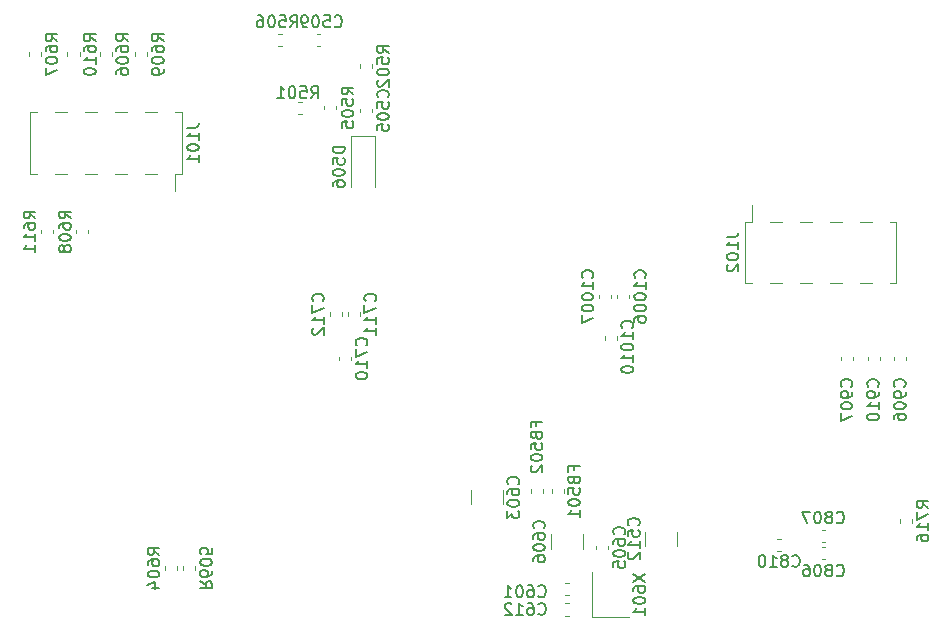
<source format=gbo>
G04 #@! TF.GenerationSoftware,KiCad,Pcbnew,(5.1.4)-1*
G04 #@! TF.CreationDate,2019-11-19T11:57:25+01:00*
G04 #@! TF.ProjectId,hardware_4850,68617264-7761-4726-955f-343835302e6b,rev?*
G04 #@! TF.SameCoordinates,Original*
G04 #@! TF.FileFunction,Legend,Bot*
G04 #@! TF.FilePolarity,Positive*
%FSLAX46Y46*%
G04 Gerber Fmt 4.6, Leading zero omitted, Abs format (unit mm)*
G04 Created by KiCad (PCBNEW (5.1.4)-1) date 2019-11-19 11:57:25*
%MOMM*%
%LPD*%
G04 APERTURE LIST*
%ADD10C,0.120000*%
%ADD11C,0.150000*%
G04 APERTURE END LIST*
D10*
X210500000Y-76200000D02*
X210500000Y-80500000D01*
X208500000Y-76200000D02*
X210500000Y-76200000D01*
X208500000Y-80500000D02*
X208500000Y-76200000D01*
X206740000Y-91412779D02*
X206740000Y-91087221D01*
X207760000Y-91412779D02*
X207760000Y-91087221D01*
X208240000Y-91412779D02*
X208240000Y-91087221D01*
X209260000Y-91412779D02*
X209260000Y-91087221D01*
X183260000Y-84087221D02*
X183260000Y-84412779D01*
X182240000Y-84087221D02*
X182240000Y-84412779D01*
X184490000Y-69412779D02*
X184490000Y-69087221D01*
X185510000Y-69412779D02*
X185510000Y-69087221D01*
X190240000Y-69412779D02*
X190240000Y-69087221D01*
X191260000Y-69412779D02*
X191260000Y-69087221D01*
X186260000Y-84087221D02*
X186260000Y-84412779D01*
X185240000Y-84087221D02*
X185240000Y-84412779D01*
X181240000Y-69412779D02*
X181240000Y-69087221D01*
X182260000Y-69412779D02*
X182260000Y-69087221D01*
X187240000Y-69412779D02*
X187240000Y-69087221D01*
X188260000Y-69412779D02*
X188260000Y-69087221D01*
X228925000Y-116900000D02*
X228925000Y-113100000D01*
X232075000Y-116900000D02*
X228925000Y-116900000D01*
X254990000Y-108912779D02*
X254990000Y-108587221D01*
X256010000Y-108912779D02*
X256010000Y-108587221D01*
X194240000Y-112912779D02*
X194240000Y-112587221D01*
X195260000Y-112912779D02*
X195260000Y-112587221D01*
X193760000Y-112587221D02*
X193760000Y-112912779D01*
X192740000Y-112587221D02*
X192740000Y-112912779D01*
X202337221Y-67490000D02*
X202662779Y-67490000D01*
X202337221Y-68510000D02*
X202662779Y-68510000D01*
X206240000Y-73912779D02*
X206240000Y-73587221D01*
X207260000Y-73912779D02*
X207260000Y-73587221D01*
X209240000Y-70412779D02*
X209240000Y-70087221D01*
X210260000Y-70412779D02*
X210260000Y-70087221D01*
X204375279Y-74260000D02*
X204049721Y-74260000D01*
X204375279Y-73240000D02*
X204049721Y-73240000D01*
X251550000Y-88600000D02*
X252570000Y-88600000D01*
X251550000Y-83400000D02*
X252570000Y-83400000D01*
X249010000Y-88600000D02*
X250030000Y-88600000D01*
X249010000Y-83400000D02*
X250030000Y-83400000D01*
X246470000Y-88600000D02*
X247490000Y-88600000D01*
X246470000Y-83400000D02*
X247490000Y-83400000D01*
X243930000Y-88600000D02*
X244950000Y-88600000D01*
X243930000Y-83400000D02*
X244950000Y-83400000D01*
X254090000Y-88600000D02*
X254660000Y-88600000D01*
X254090000Y-83400000D02*
X254660000Y-83400000D01*
X241840000Y-88600000D02*
X242410000Y-88600000D01*
X241840000Y-83400000D02*
X242410000Y-83400000D01*
X242410000Y-81960000D02*
X242410000Y-83400000D01*
X254660000Y-83400000D02*
X254660000Y-88600000D01*
X241840000Y-83400000D02*
X241840000Y-88600000D01*
X184450000Y-74150000D02*
X183430000Y-74150000D01*
X184450000Y-79350000D02*
X183430000Y-79350000D01*
X186990000Y-74150000D02*
X185970000Y-74150000D01*
X186990000Y-79350000D02*
X185970000Y-79350000D01*
X189530000Y-74150000D02*
X188510000Y-74150000D01*
X189530000Y-79350000D02*
X188510000Y-79350000D01*
X192070000Y-74150000D02*
X191050000Y-74150000D01*
X192070000Y-79350000D02*
X191050000Y-79350000D01*
X181910000Y-74150000D02*
X181340000Y-74150000D01*
X181910000Y-79350000D02*
X181340000Y-79350000D01*
X194160000Y-74150000D02*
X193590000Y-74150000D01*
X194160000Y-79350000D02*
X193590000Y-79350000D01*
X193590000Y-80790000D02*
X193590000Y-79350000D01*
X181340000Y-79350000D02*
X181340000Y-74150000D01*
X194160000Y-79350000D02*
X194160000Y-74150000D01*
X223740000Y-106375279D02*
X223740000Y-106049721D01*
X224760000Y-106375279D02*
X224760000Y-106049721D01*
X225490000Y-106412779D02*
X225490000Y-106087221D01*
X226510000Y-106412779D02*
X226510000Y-106087221D01*
X229990000Y-93412779D02*
X229990000Y-93087221D01*
X231010000Y-93412779D02*
X231010000Y-93087221D01*
X230510000Y-89587221D02*
X230510000Y-89912779D01*
X229490000Y-89587221D02*
X229490000Y-89912779D01*
X232010000Y-89587221D02*
X232010000Y-89912779D01*
X230990000Y-89587221D02*
X230990000Y-89912779D01*
X252240000Y-95162779D02*
X252240000Y-94837221D01*
X253260000Y-95162779D02*
X253260000Y-94837221D01*
X249990000Y-95162779D02*
X249990000Y-94837221D01*
X251010000Y-95162779D02*
X251010000Y-94837221D01*
X254490000Y-95162779D02*
X254490000Y-94837221D01*
X255510000Y-95162779D02*
X255510000Y-94837221D01*
X244587221Y-110240000D02*
X244912779Y-110240000D01*
X244587221Y-111260000D02*
X244912779Y-111260000D01*
X248662779Y-110510000D02*
X248337221Y-110510000D01*
X248662779Y-109490000D02*
X248337221Y-109490000D01*
X248662779Y-112010000D02*
X248337221Y-112010000D01*
X248662779Y-110990000D02*
X248337221Y-110990000D01*
X207490000Y-95162779D02*
X207490000Y-94837221D01*
X208510000Y-95162779D02*
X208510000Y-94837221D01*
X226912779Y-116760000D02*
X226587221Y-116760000D01*
X226912779Y-115740000D02*
X226587221Y-115740000D01*
X228110000Y-109897936D02*
X228110000Y-111102064D01*
X225390000Y-109897936D02*
X225390000Y-111102064D01*
X230260000Y-110837221D02*
X230260000Y-111162779D01*
X229240000Y-110837221D02*
X229240000Y-111162779D01*
X218640000Y-107352064D02*
X218640000Y-106147936D01*
X221360000Y-107352064D02*
X221360000Y-106147936D01*
X226912779Y-115010000D02*
X226587221Y-115010000D01*
X226912779Y-113990000D02*
X226587221Y-113990000D01*
X236110000Y-109647936D02*
X236110000Y-110852064D01*
X233390000Y-109647936D02*
X233390000Y-110852064D01*
X205912779Y-68510000D02*
X205587221Y-68510000D01*
X205912779Y-67490000D02*
X205587221Y-67490000D01*
X210260000Y-73837221D02*
X210260000Y-74162779D01*
X209240000Y-73837221D02*
X209240000Y-74162779D01*
D11*
X207952380Y-77059523D02*
X206952380Y-77059523D01*
X206952380Y-77297619D01*
X207000000Y-77440476D01*
X207095238Y-77535714D01*
X207190476Y-77583333D01*
X207380952Y-77630952D01*
X207523809Y-77630952D01*
X207714285Y-77583333D01*
X207809523Y-77535714D01*
X207904761Y-77440476D01*
X207952380Y-77297619D01*
X207952380Y-77059523D01*
X206952380Y-78535714D02*
X206952380Y-78059523D01*
X207428571Y-78011904D01*
X207380952Y-78059523D01*
X207333333Y-78154761D01*
X207333333Y-78392857D01*
X207380952Y-78488095D01*
X207428571Y-78535714D01*
X207523809Y-78583333D01*
X207761904Y-78583333D01*
X207857142Y-78535714D01*
X207904761Y-78488095D01*
X207952380Y-78392857D01*
X207952380Y-78154761D01*
X207904761Y-78059523D01*
X207857142Y-78011904D01*
X206952380Y-79202380D02*
X206952380Y-79297619D01*
X207000000Y-79392857D01*
X207047619Y-79440476D01*
X207142857Y-79488095D01*
X207333333Y-79535714D01*
X207571428Y-79535714D01*
X207761904Y-79488095D01*
X207857142Y-79440476D01*
X207904761Y-79392857D01*
X207952380Y-79297619D01*
X207952380Y-79202380D01*
X207904761Y-79107142D01*
X207857142Y-79059523D01*
X207761904Y-79011904D01*
X207571428Y-78964285D01*
X207333333Y-78964285D01*
X207142857Y-79011904D01*
X207047619Y-79059523D01*
X207000000Y-79107142D01*
X206952380Y-79202380D01*
X206952380Y-80392857D02*
X206952380Y-80202380D01*
X207000000Y-80107142D01*
X207047619Y-80059523D01*
X207190476Y-79964285D01*
X207380952Y-79916666D01*
X207761904Y-79916666D01*
X207857142Y-79964285D01*
X207904761Y-80011904D01*
X207952380Y-80107142D01*
X207952380Y-80297619D01*
X207904761Y-80392857D01*
X207857142Y-80440476D01*
X207761904Y-80488095D01*
X207523809Y-80488095D01*
X207428571Y-80440476D01*
X207380952Y-80392857D01*
X207333333Y-80297619D01*
X207333333Y-80107142D01*
X207380952Y-80011904D01*
X207428571Y-79964285D01*
X207523809Y-79916666D01*
X206107142Y-90130952D02*
X206154761Y-90083333D01*
X206202380Y-89940476D01*
X206202380Y-89845238D01*
X206154761Y-89702380D01*
X206059523Y-89607142D01*
X205964285Y-89559523D01*
X205773809Y-89511904D01*
X205630952Y-89511904D01*
X205440476Y-89559523D01*
X205345238Y-89607142D01*
X205250000Y-89702380D01*
X205202380Y-89845238D01*
X205202380Y-89940476D01*
X205250000Y-90083333D01*
X205297619Y-90130952D01*
X205202380Y-90464285D02*
X205202380Y-91130952D01*
X206202380Y-90702380D01*
X206202380Y-92035714D02*
X206202380Y-91464285D01*
X206202380Y-91750000D02*
X205202380Y-91750000D01*
X205345238Y-91654761D01*
X205440476Y-91559523D01*
X205488095Y-91464285D01*
X205297619Y-92416666D02*
X205250000Y-92464285D01*
X205202380Y-92559523D01*
X205202380Y-92797619D01*
X205250000Y-92892857D01*
X205297619Y-92940476D01*
X205392857Y-92988095D01*
X205488095Y-92988095D01*
X205630952Y-92940476D01*
X206202380Y-92369047D01*
X206202380Y-92988095D01*
X210537142Y-90130952D02*
X210584761Y-90083333D01*
X210632380Y-89940476D01*
X210632380Y-89845238D01*
X210584761Y-89702380D01*
X210489523Y-89607142D01*
X210394285Y-89559523D01*
X210203809Y-89511904D01*
X210060952Y-89511904D01*
X209870476Y-89559523D01*
X209775238Y-89607142D01*
X209680000Y-89702380D01*
X209632380Y-89845238D01*
X209632380Y-89940476D01*
X209680000Y-90083333D01*
X209727619Y-90130952D01*
X209632380Y-90464285D02*
X209632380Y-91130952D01*
X210632380Y-90702380D01*
X210632380Y-92035714D02*
X210632380Y-91464285D01*
X210632380Y-91750000D02*
X209632380Y-91750000D01*
X209775238Y-91654761D01*
X209870476Y-91559523D01*
X209918095Y-91464285D01*
X210632380Y-92988095D02*
X210632380Y-92416666D01*
X210632380Y-92702380D02*
X209632380Y-92702380D01*
X209775238Y-92607142D01*
X209870476Y-92511904D01*
X209918095Y-92416666D01*
X181772380Y-83130952D02*
X181296190Y-82797619D01*
X181772380Y-82559523D02*
X180772380Y-82559523D01*
X180772380Y-82940476D01*
X180820000Y-83035714D01*
X180867619Y-83083333D01*
X180962857Y-83130952D01*
X181105714Y-83130952D01*
X181200952Y-83083333D01*
X181248571Y-83035714D01*
X181296190Y-82940476D01*
X181296190Y-82559523D01*
X180772380Y-83988095D02*
X180772380Y-83797619D01*
X180820000Y-83702380D01*
X180867619Y-83654761D01*
X181010476Y-83559523D01*
X181200952Y-83511904D01*
X181581904Y-83511904D01*
X181677142Y-83559523D01*
X181724761Y-83607142D01*
X181772380Y-83702380D01*
X181772380Y-83892857D01*
X181724761Y-83988095D01*
X181677142Y-84035714D01*
X181581904Y-84083333D01*
X181343809Y-84083333D01*
X181248571Y-84035714D01*
X181200952Y-83988095D01*
X181153333Y-83892857D01*
X181153333Y-83702380D01*
X181200952Y-83607142D01*
X181248571Y-83559523D01*
X181343809Y-83511904D01*
X181772380Y-85035714D02*
X181772380Y-84464285D01*
X181772380Y-84750000D02*
X180772380Y-84750000D01*
X180915238Y-84654761D01*
X181010476Y-84559523D01*
X181058095Y-84464285D01*
X181772380Y-85988095D02*
X181772380Y-85416666D01*
X181772380Y-85702380D02*
X180772380Y-85702380D01*
X180915238Y-85607142D01*
X181010476Y-85511904D01*
X181058095Y-85416666D01*
X186882380Y-68130952D02*
X186406190Y-67797619D01*
X186882380Y-67559523D02*
X185882380Y-67559523D01*
X185882380Y-67940476D01*
X185930000Y-68035714D01*
X185977619Y-68083333D01*
X186072857Y-68130952D01*
X186215714Y-68130952D01*
X186310952Y-68083333D01*
X186358571Y-68035714D01*
X186406190Y-67940476D01*
X186406190Y-67559523D01*
X185882380Y-68988095D02*
X185882380Y-68797619D01*
X185930000Y-68702380D01*
X185977619Y-68654761D01*
X186120476Y-68559523D01*
X186310952Y-68511904D01*
X186691904Y-68511904D01*
X186787142Y-68559523D01*
X186834761Y-68607142D01*
X186882380Y-68702380D01*
X186882380Y-68892857D01*
X186834761Y-68988095D01*
X186787142Y-69035714D01*
X186691904Y-69083333D01*
X186453809Y-69083333D01*
X186358571Y-69035714D01*
X186310952Y-68988095D01*
X186263333Y-68892857D01*
X186263333Y-68702380D01*
X186310952Y-68607142D01*
X186358571Y-68559523D01*
X186453809Y-68511904D01*
X186882380Y-70035714D02*
X186882380Y-69464285D01*
X186882380Y-69750000D02*
X185882380Y-69750000D01*
X186025238Y-69654761D01*
X186120476Y-69559523D01*
X186168095Y-69464285D01*
X185882380Y-70654761D02*
X185882380Y-70750000D01*
X185930000Y-70845238D01*
X185977619Y-70892857D01*
X186072857Y-70940476D01*
X186263333Y-70988095D01*
X186501428Y-70988095D01*
X186691904Y-70940476D01*
X186787142Y-70892857D01*
X186834761Y-70845238D01*
X186882380Y-70750000D01*
X186882380Y-70654761D01*
X186834761Y-70559523D01*
X186787142Y-70511904D01*
X186691904Y-70464285D01*
X186501428Y-70416666D01*
X186263333Y-70416666D01*
X186072857Y-70464285D01*
X185977619Y-70511904D01*
X185930000Y-70559523D01*
X185882380Y-70654761D01*
X192632380Y-68130952D02*
X192156190Y-67797619D01*
X192632380Y-67559523D02*
X191632380Y-67559523D01*
X191632380Y-67940476D01*
X191680000Y-68035714D01*
X191727619Y-68083333D01*
X191822857Y-68130952D01*
X191965714Y-68130952D01*
X192060952Y-68083333D01*
X192108571Y-68035714D01*
X192156190Y-67940476D01*
X192156190Y-67559523D01*
X191632380Y-68988095D02*
X191632380Y-68797619D01*
X191680000Y-68702380D01*
X191727619Y-68654761D01*
X191870476Y-68559523D01*
X192060952Y-68511904D01*
X192441904Y-68511904D01*
X192537142Y-68559523D01*
X192584761Y-68607142D01*
X192632380Y-68702380D01*
X192632380Y-68892857D01*
X192584761Y-68988095D01*
X192537142Y-69035714D01*
X192441904Y-69083333D01*
X192203809Y-69083333D01*
X192108571Y-69035714D01*
X192060952Y-68988095D01*
X192013333Y-68892857D01*
X192013333Y-68702380D01*
X192060952Y-68607142D01*
X192108571Y-68559523D01*
X192203809Y-68511904D01*
X191632380Y-69702380D02*
X191632380Y-69797619D01*
X191680000Y-69892857D01*
X191727619Y-69940476D01*
X191822857Y-69988095D01*
X192013333Y-70035714D01*
X192251428Y-70035714D01*
X192441904Y-69988095D01*
X192537142Y-69940476D01*
X192584761Y-69892857D01*
X192632380Y-69797619D01*
X192632380Y-69702380D01*
X192584761Y-69607142D01*
X192537142Y-69559523D01*
X192441904Y-69511904D01*
X192251428Y-69464285D01*
X192013333Y-69464285D01*
X191822857Y-69511904D01*
X191727619Y-69559523D01*
X191680000Y-69607142D01*
X191632380Y-69702380D01*
X192632380Y-70511904D02*
X192632380Y-70702380D01*
X192584761Y-70797619D01*
X192537142Y-70845238D01*
X192394285Y-70940476D01*
X192203809Y-70988095D01*
X191822857Y-70988095D01*
X191727619Y-70940476D01*
X191680000Y-70892857D01*
X191632380Y-70797619D01*
X191632380Y-70607142D01*
X191680000Y-70511904D01*
X191727619Y-70464285D01*
X191822857Y-70416666D01*
X192060952Y-70416666D01*
X192156190Y-70464285D01*
X192203809Y-70511904D01*
X192251428Y-70607142D01*
X192251428Y-70797619D01*
X192203809Y-70892857D01*
X192156190Y-70940476D01*
X192060952Y-70988095D01*
X184772380Y-83130952D02*
X184296190Y-82797619D01*
X184772380Y-82559523D02*
X183772380Y-82559523D01*
X183772380Y-82940476D01*
X183820000Y-83035714D01*
X183867619Y-83083333D01*
X183962857Y-83130952D01*
X184105714Y-83130952D01*
X184200952Y-83083333D01*
X184248571Y-83035714D01*
X184296190Y-82940476D01*
X184296190Y-82559523D01*
X183772380Y-83988095D02*
X183772380Y-83797619D01*
X183820000Y-83702380D01*
X183867619Y-83654761D01*
X184010476Y-83559523D01*
X184200952Y-83511904D01*
X184581904Y-83511904D01*
X184677142Y-83559523D01*
X184724761Y-83607142D01*
X184772380Y-83702380D01*
X184772380Y-83892857D01*
X184724761Y-83988095D01*
X184677142Y-84035714D01*
X184581904Y-84083333D01*
X184343809Y-84083333D01*
X184248571Y-84035714D01*
X184200952Y-83988095D01*
X184153333Y-83892857D01*
X184153333Y-83702380D01*
X184200952Y-83607142D01*
X184248571Y-83559523D01*
X184343809Y-83511904D01*
X183772380Y-84702380D02*
X183772380Y-84797619D01*
X183820000Y-84892857D01*
X183867619Y-84940476D01*
X183962857Y-84988095D01*
X184153333Y-85035714D01*
X184391428Y-85035714D01*
X184581904Y-84988095D01*
X184677142Y-84940476D01*
X184724761Y-84892857D01*
X184772380Y-84797619D01*
X184772380Y-84702380D01*
X184724761Y-84607142D01*
X184677142Y-84559523D01*
X184581904Y-84511904D01*
X184391428Y-84464285D01*
X184153333Y-84464285D01*
X183962857Y-84511904D01*
X183867619Y-84559523D01*
X183820000Y-84607142D01*
X183772380Y-84702380D01*
X184200952Y-85607142D02*
X184153333Y-85511904D01*
X184105714Y-85464285D01*
X184010476Y-85416666D01*
X183962857Y-85416666D01*
X183867619Y-85464285D01*
X183820000Y-85511904D01*
X183772380Y-85607142D01*
X183772380Y-85797619D01*
X183820000Y-85892857D01*
X183867619Y-85940476D01*
X183962857Y-85988095D01*
X184010476Y-85988095D01*
X184105714Y-85940476D01*
X184153333Y-85892857D01*
X184200952Y-85797619D01*
X184200952Y-85607142D01*
X184248571Y-85511904D01*
X184296190Y-85464285D01*
X184391428Y-85416666D01*
X184581904Y-85416666D01*
X184677142Y-85464285D01*
X184724761Y-85511904D01*
X184772380Y-85607142D01*
X184772380Y-85797619D01*
X184724761Y-85892857D01*
X184677142Y-85940476D01*
X184581904Y-85988095D01*
X184391428Y-85988095D01*
X184296190Y-85940476D01*
X184248571Y-85892857D01*
X184200952Y-85797619D01*
X183632380Y-68130952D02*
X183156190Y-67797619D01*
X183632380Y-67559523D02*
X182632380Y-67559523D01*
X182632380Y-67940476D01*
X182680000Y-68035714D01*
X182727619Y-68083333D01*
X182822857Y-68130952D01*
X182965714Y-68130952D01*
X183060952Y-68083333D01*
X183108571Y-68035714D01*
X183156190Y-67940476D01*
X183156190Y-67559523D01*
X182632380Y-68988095D02*
X182632380Y-68797619D01*
X182680000Y-68702380D01*
X182727619Y-68654761D01*
X182870476Y-68559523D01*
X183060952Y-68511904D01*
X183441904Y-68511904D01*
X183537142Y-68559523D01*
X183584761Y-68607142D01*
X183632380Y-68702380D01*
X183632380Y-68892857D01*
X183584761Y-68988095D01*
X183537142Y-69035714D01*
X183441904Y-69083333D01*
X183203809Y-69083333D01*
X183108571Y-69035714D01*
X183060952Y-68988095D01*
X183013333Y-68892857D01*
X183013333Y-68702380D01*
X183060952Y-68607142D01*
X183108571Y-68559523D01*
X183203809Y-68511904D01*
X182632380Y-69702380D02*
X182632380Y-69797619D01*
X182680000Y-69892857D01*
X182727619Y-69940476D01*
X182822857Y-69988095D01*
X183013333Y-70035714D01*
X183251428Y-70035714D01*
X183441904Y-69988095D01*
X183537142Y-69940476D01*
X183584761Y-69892857D01*
X183632380Y-69797619D01*
X183632380Y-69702380D01*
X183584761Y-69607142D01*
X183537142Y-69559523D01*
X183441904Y-69511904D01*
X183251428Y-69464285D01*
X183013333Y-69464285D01*
X182822857Y-69511904D01*
X182727619Y-69559523D01*
X182680000Y-69607142D01*
X182632380Y-69702380D01*
X182632380Y-70369047D02*
X182632380Y-71035714D01*
X183632380Y-70607142D01*
X189632380Y-68130952D02*
X189156190Y-67797619D01*
X189632380Y-67559523D02*
X188632380Y-67559523D01*
X188632380Y-67940476D01*
X188680000Y-68035714D01*
X188727619Y-68083333D01*
X188822857Y-68130952D01*
X188965714Y-68130952D01*
X189060952Y-68083333D01*
X189108571Y-68035714D01*
X189156190Y-67940476D01*
X189156190Y-67559523D01*
X188632380Y-68988095D02*
X188632380Y-68797619D01*
X188680000Y-68702380D01*
X188727619Y-68654761D01*
X188870476Y-68559523D01*
X189060952Y-68511904D01*
X189441904Y-68511904D01*
X189537142Y-68559523D01*
X189584761Y-68607142D01*
X189632380Y-68702380D01*
X189632380Y-68892857D01*
X189584761Y-68988095D01*
X189537142Y-69035714D01*
X189441904Y-69083333D01*
X189203809Y-69083333D01*
X189108571Y-69035714D01*
X189060952Y-68988095D01*
X189013333Y-68892857D01*
X189013333Y-68702380D01*
X189060952Y-68607142D01*
X189108571Y-68559523D01*
X189203809Y-68511904D01*
X188632380Y-69702380D02*
X188632380Y-69797619D01*
X188680000Y-69892857D01*
X188727619Y-69940476D01*
X188822857Y-69988095D01*
X189013333Y-70035714D01*
X189251428Y-70035714D01*
X189441904Y-69988095D01*
X189537142Y-69940476D01*
X189584761Y-69892857D01*
X189632380Y-69797619D01*
X189632380Y-69702380D01*
X189584761Y-69607142D01*
X189537142Y-69559523D01*
X189441904Y-69511904D01*
X189251428Y-69464285D01*
X189013333Y-69464285D01*
X188822857Y-69511904D01*
X188727619Y-69559523D01*
X188680000Y-69607142D01*
X188632380Y-69702380D01*
X188632380Y-70892857D02*
X188632380Y-70702380D01*
X188680000Y-70607142D01*
X188727619Y-70559523D01*
X188870476Y-70464285D01*
X189060952Y-70416666D01*
X189441904Y-70416666D01*
X189537142Y-70464285D01*
X189584761Y-70511904D01*
X189632380Y-70607142D01*
X189632380Y-70797619D01*
X189584761Y-70892857D01*
X189537142Y-70940476D01*
X189441904Y-70988095D01*
X189203809Y-70988095D01*
X189108571Y-70940476D01*
X189060952Y-70892857D01*
X189013333Y-70797619D01*
X189013333Y-70607142D01*
X189060952Y-70511904D01*
X189108571Y-70464285D01*
X189203809Y-70416666D01*
X232402380Y-113238095D02*
X233402380Y-113904761D01*
X232402380Y-113904761D02*
X233402380Y-113238095D01*
X232402380Y-114714285D02*
X232402380Y-114523809D01*
X232450000Y-114428571D01*
X232497619Y-114380952D01*
X232640476Y-114285714D01*
X232830952Y-114238095D01*
X233211904Y-114238095D01*
X233307142Y-114285714D01*
X233354761Y-114333333D01*
X233402380Y-114428571D01*
X233402380Y-114619047D01*
X233354761Y-114714285D01*
X233307142Y-114761904D01*
X233211904Y-114809523D01*
X232973809Y-114809523D01*
X232878571Y-114761904D01*
X232830952Y-114714285D01*
X232783333Y-114619047D01*
X232783333Y-114428571D01*
X232830952Y-114333333D01*
X232878571Y-114285714D01*
X232973809Y-114238095D01*
X232402380Y-115428571D02*
X232402380Y-115523809D01*
X232450000Y-115619047D01*
X232497619Y-115666666D01*
X232592857Y-115714285D01*
X232783333Y-115761904D01*
X233021428Y-115761904D01*
X233211904Y-115714285D01*
X233307142Y-115666666D01*
X233354761Y-115619047D01*
X233402380Y-115523809D01*
X233402380Y-115428571D01*
X233354761Y-115333333D01*
X233307142Y-115285714D01*
X233211904Y-115238095D01*
X233021428Y-115190476D01*
X232783333Y-115190476D01*
X232592857Y-115238095D01*
X232497619Y-115285714D01*
X232450000Y-115333333D01*
X232402380Y-115428571D01*
X233402380Y-116714285D02*
X233402380Y-116142857D01*
X233402380Y-116428571D02*
X232402380Y-116428571D01*
X232545238Y-116333333D01*
X232640476Y-116238095D01*
X232688095Y-116142857D01*
X257382380Y-107630952D02*
X256906190Y-107297619D01*
X257382380Y-107059523D02*
X256382380Y-107059523D01*
X256382380Y-107440476D01*
X256430000Y-107535714D01*
X256477619Y-107583333D01*
X256572857Y-107630952D01*
X256715714Y-107630952D01*
X256810952Y-107583333D01*
X256858571Y-107535714D01*
X256906190Y-107440476D01*
X256906190Y-107059523D01*
X256382380Y-107964285D02*
X256382380Y-108630952D01*
X257382380Y-108202380D01*
X257382380Y-109535714D02*
X257382380Y-108964285D01*
X257382380Y-109250000D02*
X256382380Y-109250000D01*
X256525238Y-109154761D01*
X256620476Y-109059523D01*
X256668095Y-108964285D01*
X256382380Y-110392857D02*
X256382380Y-110202380D01*
X256430000Y-110107142D01*
X256477619Y-110059523D01*
X256620476Y-109964285D01*
X256810952Y-109916666D01*
X257191904Y-109916666D01*
X257287142Y-109964285D01*
X257334761Y-110011904D01*
X257382380Y-110107142D01*
X257382380Y-110297619D01*
X257334761Y-110392857D01*
X257287142Y-110440476D01*
X257191904Y-110488095D01*
X256953809Y-110488095D01*
X256858571Y-110440476D01*
X256810952Y-110392857D01*
X256763333Y-110297619D01*
X256763333Y-110107142D01*
X256810952Y-110011904D01*
X256858571Y-109964285D01*
X256953809Y-109916666D01*
X195727619Y-113869047D02*
X196203809Y-114202380D01*
X195727619Y-114440476D02*
X196727619Y-114440476D01*
X196727619Y-114059523D01*
X196680000Y-113964285D01*
X196632380Y-113916666D01*
X196537142Y-113869047D01*
X196394285Y-113869047D01*
X196299047Y-113916666D01*
X196251428Y-113964285D01*
X196203809Y-114059523D01*
X196203809Y-114440476D01*
X196727619Y-113011904D02*
X196727619Y-113202380D01*
X196680000Y-113297619D01*
X196632380Y-113345238D01*
X196489523Y-113440476D01*
X196299047Y-113488095D01*
X195918095Y-113488095D01*
X195822857Y-113440476D01*
X195775238Y-113392857D01*
X195727619Y-113297619D01*
X195727619Y-113107142D01*
X195775238Y-113011904D01*
X195822857Y-112964285D01*
X195918095Y-112916666D01*
X196156190Y-112916666D01*
X196251428Y-112964285D01*
X196299047Y-113011904D01*
X196346666Y-113107142D01*
X196346666Y-113297619D01*
X196299047Y-113392857D01*
X196251428Y-113440476D01*
X196156190Y-113488095D01*
X196727619Y-112297619D02*
X196727619Y-112202380D01*
X196680000Y-112107142D01*
X196632380Y-112059523D01*
X196537142Y-112011904D01*
X196346666Y-111964285D01*
X196108571Y-111964285D01*
X195918095Y-112011904D01*
X195822857Y-112059523D01*
X195775238Y-112107142D01*
X195727619Y-112202380D01*
X195727619Y-112297619D01*
X195775238Y-112392857D01*
X195822857Y-112440476D01*
X195918095Y-112488095D01*
X196108571Y-112535714D01*
X196346666Y-112535714D01*
X196537142Y-112488095D01*
X196632380Y-112440476D01*
X196680000Y-112392857D01*
X196727619Y-112297619D01*
X196727619Y-111059523D02*
X196727619Y-111535714D01*
X196251428Y-111583333D01*
X196299047Y-111535714D01*
X196346666Y-111440476D01*
X196346666Y-111202380D01*
X196299047Y-111107142D01*
X196251428Y-111059523D01*
X196156190Y-111011904D01*
X195918095Y-111011904D01*
X195822857Y-111059523D01*
X195775238Y-111107142D01*
X195727619Y-111202380D01*
X195727619Y-111440476D01*
X195775238Y-111535714D01*
X195822857Y-111583333D01*
X192272380Y-111630952D02*
X191796190Y-111297619D01*
X192272380Y-111059523D02*
X191272380Y-111059523D01*
X191272380Y-111440476D01*
X191320000Y-111535714D01*
X191367619Y-111583333D01*
X191462857Y-111630952D01*
X191605714Y-111630952D01*
X191700952Y-111583333D01*
X191748571Y-111535714D01*
X191796190Y-111440476D01*
X191796190Y-111059523D01*
X191272380Y-112488095D02*
X191272380Y-112297619D01*
X191320000Y-112202380D01*
X191367619Y-112154761D01*
X191510476Y-112059523D01*
X191700952Y-112011904D01*
X192081904Y-112011904D01*
X192177142Y-112059523D01*
X192224761Y-112107142D01*
X192272380Y-112202380D01*
X192272380Y-112392857D01*
X192224761Y-112488095D01*
X192177142Y-112535714D01*
X192081904Y-112583333D01*
X191843809Y-112583333D01*
X191748571Y-112535714D01*
X191700952Y-112488095D01*
X191653333Y-112392857D01*
X191653333Y-112202380D01*
X191700952Y-112107142D01*
X191748571Y-112059523D01*
X191843809Y-112011904D01*
X191272380Y-113202380D02*
X191272380Y-113297619D01*
X191320000Y-113392857D01*
X191367619Y-113440476D01*
X191462857Y-113488095D01*
X191653333Y-113535714D01*
X191891428Y-113535714D01*
X192081904Y-113488095D01*
X192177142Y-113440476D01*
X192224761Y-113392857D01*
X192272380Y-113297619D01*
X192272380Y-113202380D01*
X192224761Y-113107142D01*
X192177142Y-113059523D01*
X192081904Y-113011904D01*
X191891428Y-112964285D01*
X191653333Y-112964285D01*
X191462857Y-113011904D01*
X191367619Y-113059523D01*
X191320000Y-113107142D01*
X191272380Y-113202380D01*
X191605714Y-114392857D02*
X192272380Y-114392857D01*
X191224761Y-114154761D02*
X191939047Y-113916666D01*
X191939047Y-114535714D01*
X203369047Y-66952380D02*
X203702380Y-66476190D01*
X203940476Y-66952380D02*
X203940476Y-65952380D01*
X203559523Y-65952380D01*
X203464285Y-66000000D01*
X203416666Y-66047619D01*
X203369047Y-66142857D01*
X203369047Y-66285714D01*
X203416666Y-66380952D01*
X203464285Y-66428571D01*
X203559523Y-66476190D01*
X203940476Y-66476190D01*
X202464285Y-65952380D02*
X202940476Y-65952380D01*
X202988095Y-66428571D01*
X202940476Y-66380952D01*
X202845238Y-66333333D01*
X202607142Y-66333333D01*
X202511904Y-66380952D01*
X202464285Y-66428571D01*
X202416666Y-66523809D01*
X202416666Y-66761904D01*
X202464285Y-66857142D01*
X202511904Y-66904761D01*
X202607142Y-66952380D01*
X202845238Y-66952380D01*
X202940476Y-66904761D01*
X202988095Y-66857142D01*
X201797619Y-65952380D02*
X201702380Y-65952380D01*
X201607142Y-66000000D01*
X201559523Y-66047619D01*
X201511904Y-66142857D01*
X201464285Y-66333333D01*
X201464285Y-66571428D01*
X201511904Y-66761904D01*
X201559523Y-66857142D01*
X201607142Y-66904761D01*
X201702380Y-66952380D01*
X201797619Y-66952380D01*
X201892857Y-66904761D01*
X201940476Y-66857142D01*
X201988095Y-66761904D01*
X202035714Y-66571428D01*
X202035714Y-66333333D01*
X201988095Y-66142857D01*
X201940476Y-66047619D01*
X201892857Y-66000000D01*
X201797619Y-65952380D01*
X200607142Y-65952380D02*
X200797619Y-65952380D01*
X200892857Y-66000000D01*
X200940476Y-66047619D01*
X201035714Y-66190476D01*
X201083333Y-66380952D01*
X201083333Y-66761904D01*
X201035714Y-66857142D01*
X200988095Y-66904761D01*
X200892857Y-66952380D01*
X200702380Y-66952380D01*
X200607142Y-66904761D01*
X200559523Y-66857142D01*
X200511904Y-66761904D01*
X200511904Y-66523809D01*
X200559523Y-66428571D01*
X200607142Y-66380952D01*
X200702380Y-66333333D01*
X200892857Y-66333333D01*
X200988095Y-66380952D01*
X201035714Y-66428571D01*
X201083333Y-66523809D01*
X208702380Y-72630952D02*
X208226190Y-72297619D01*
X208702380Y-72059523D02*
X207702380Y-72059523D01*
X207702380Y-72440476D01*
X207750000Y-72535714D01*
X207797619Y-72583333D01*
X207892857Y-72630952D01*
X208035714Y-72630952D01*
X208130952Y-72583333D01*
X208178571Y-72535714D01*
X208226190Y-72440476D01*
X208226190Y-72059523D01*
X207702380Y-73535714D02*
X207702380Y-73059523D01*
X208178571Y-73011904D01*
X208130952Y-73059523D01*
X208083333Y-73154761D01*
X208083333Y-73392857D01*
X208130952Y-73488095D01*
X208178571Y-73535714D01*
X208273809Y-73583333D01*
X208511904Y-73583333D01*
X208607142Y-73535714D01*
X208654761Y-73488095D01*
X208702380Y-73392857D01*
X208702380Y-73154761D01*
X208654761Y-73059523D01*
X208607142Y-73011904D01*
X207702380Y-74202380D02*
X207702380Y-74297619D01*
X207750000Y-74392857D01*
X207797619Y-74440476D01*
X207892857Y-74488095D01*
X208083333Y-74535714D01*
X208321428Y-74535714D01*
X208511904Y-74488095D01*
X208607142Y-74440476D01*
X208654761Y-74392857D01*
X208702380Y-74297619D01*
X208702380Y-74202380D01*
X208654761Y-74107142D01*
X208607142Y-74059523D01*
X208511904Y-74011904D01*
X208321428Y-73964285D01*
X208083333Y-73964285D01*
X207892857Y-74011904D01*
X207797619Y-74059523D01*
X207750000Y-74107142D01*
X207702380Y-74202380D01*
X207702380Y-75440476D02*
X207702380Y-74964285D01*
X208178571Y-74916666D01*
X208130952Y-74964285D01*
X208083333Y-75059523D01*
X208083333Y-75297619D01*
X208130952Y-75392857D01*
X208178571Y-75440476D01*
X208273809Y-75488095D01*
X208511904Y-75488095D01*
X208607142Y-75440476D01*
X208654761Y-75392857D01*
X208702380Y-75297619D01*
X208702380Y-75059523D01*
X208654761Y-74964285D01*
X208607142Y-74916666D01*
X211702380Y-69130952D02*
X211226190Y-68797619D01*
X211702380Y-68559523D02*
X210702380Y-68559523D01*
X210702380Y-68940476D01*
X210750000Y-69035714D01*
X210797619Y-69083333D01*
X210892857Y-69130952D01*
X211035714Y-69130952D01*
X211130952Y-69083333D01*
X211178571Y-69035714D01*
X211226190Y-68940476D01*
X211226190Y-68559523D01*
X210702380Y-70035714D02*
X210702380Y-69559523D01*
X211178571Y-69511904D01*
X211130952Y-69559523D01*
X211083333Y-69654761D01*
X211083333Y-69892857D01*
X211130952Y-69988095D01*
X211178571Y-70035714D01*
X211273809Y-70083333D01*
X211511904Y-70083333D01*
X211607142Y-70035714D01*
X211654761Y-69988095D01*
X211702380Y-69892857D01*
X211702380Y-69654761D01*
X211654761Y-69559523D01*
X211607142Y-69511904D01*
X210702380Y-70702380D02*
X210702380Y-70797619D01*
X210750000Y-70892857D01*
X210797619Y-70940476D01*
X210892857Y-70988095D01*
X211083333Y-71035714D01*
X211321428Y-71035714D01*
X211511904Y-70988095D01*
X211607142Y-70940476D01*
X211654761Y-70892857D01*
X211702380Y-70797619D01*
X211702380Y-70702380D01*
X211654761Y-70607142D01*
X211607142Y-70559523D01*
X211511904Y-70511904D01*
X211321428Y-70464285D01*
X211083333Y-70464285D01*
X210892857Y-70511904D01*
X210797619Y-70559523D01*
X210750000Y-70607142D01*
X210702380Y-70702380D01*
X210797619Y-71416666D02*
X210750000Y-71464285D01*
X210702380Y-71559523D01*
X210702380Y-71797619D01*
X210750000Y-71892857D01*
X210797619Y-71940476D01*
X210892857Y-71988095D01*
X210988095Y-71988095D01*
X211130952Y-71940476D01*
X211702380Y-71369047D01*
X211702380Y-71988095D01*
X205119047Y-72952380D02*
X205452380Y-72476190D01*
X205690476Y-72952380D02*
X205690476Y-71952380D01*
X205309523Y-71952380D01*
X205214285Y-72000000D01*
X205166666Y-72047619D01*
X205119047Y-72142857D01*
X205119047Y-72285714D01*
X205166666Y-72380952D01*
X205214285Y-72428571D01*
X205309523Y-72476190D01*
X205690476Y-72476190D01*
X204214285Y-71952380D02*
X204690476Y-71952380D01*
X204738095Y-72428571D01*
X204690476Y-72380952D01*
X204595238Y-72333333D01*
X204357142Y-72333333D01*
X204261904Y-72380952D01*
X204214285Y-72428571D01*
X204166666Y-72523809D01*
X204166666Y-72761904D01*
X204214285Y-72857142D01*
X204261904Y-72904761D01*
X204357142Y-72952380D01*
X204595238Y-72952380D01*
X204690476Y-72904761D01*
X204738095Y-72857142D01*
X203547619Y-71952380D02*
X203452380Y-71952380D01*
X203357142Y-72000000D01*
X203309523Y-72047619D01*
X203261904Y-72142857D01*
X203214285Y-72333333D01*
X203214285Y-72571428D01*
X203261904Y-72761904D01*
X203309523Y-72857142D01*
X203357142Y-72904761D01*
X203452380Y-72952380D01*
X203547619Y-72952380D01*
X203642857Y-72904761D01*
X203690476Y-72857142D01*
X203738095Y-72761904D01*
X203785714Y-72571428D01*
X203785714Y-72333333D01*
X203738095Y-72142857D01*
X203690476Y-72047619D01*
X203642857Y-72000000D01*
X203547619Y-71952380D01*
X202261904Y-72952380D02*
X202833333Y-72952380D01*
X202547619Y-72952380D02*
X202547619Y-71952380D01*
X202642857Y-72095238D01*
X202738095Y-72190476D01*
X202833333Y-72238095D01*
X240292380Y-84714285D02*
X241006666Y-84714285D01*
X241149523Y-84666666D01*
X241244761Y-84571428D01*
X241292380Y-84428571D01*
X241292380Y-84333333D01*
X241292380Y-85714285D02*
X241292380Y-85142857D01*
X241292380Y-85428571D02*
X240292380Y-85428571D01*
X240435238Y-85333333D01*
X240530476Y-85238095D01*
X240578095Y-85142857D01*
X240292380Y-86333333D02*
X240292380Y-86428571D01*
X240340000Y-86523809D01*
X240387619Y-86571428D01*
X240482857Y-86619047D01*
X240673333Y-86666666D01*
X240911428Y-86666666D01*
X241101904Y-86619047D01*
X241197142Y-86571428D01*
X241244761Y-86523809D01*
X241292380Y-86428571D01*
X241292380Y-86333333D01*
X241244761Y-86238095D01*
X241197142Y-86190476D01*
X241101904Y-86142857D01*
X240911428Y-86095238D01*
X240673333Y-86095238D01*
X240482857Y-86142857D01*
X240387619Y-86190476D01*
X240340000Y-86238095D01*
X240292380Y-86333333D01*
X240387619Y-87047619D02*
X240340000Y-87095238D01*
X240292380Y-87190476D01*
X240292380Y-87428571D01*
X240340000Y-87523809D01*
X240387619Y-87571428D01*
X240482857Y-87619047D01*
X240578095Y-87619047D01*
X240720952Y-87571428D01*
X241292380Y-87000000D01*
X241292380Y-87619047D01*
X194612380Y-75464285D02*
X195326666Y-75464285D01*
X195469523Y-75416666D01*
X195564761Y-75321428D01*
X195612380Y-75178571D01*
X195612380Y-75083333D01*
X195612380Y-76464285D02*
X195612380Y-75892857D01*
X195612380Y-76178571D02*
X194612380Y-76178571D01*
X194755238Y-76083333D01*
X194850476Y-75988095D01*
X194898095Y-75892857D01*
X194612380Y-77083333D02*
X194612380Y-77178571D01*
X194660000Y-77273809D01*
X194707619Y-77321428D01*
X194802857Y-77369047D01*
X194993333Y-77416666D01*
X195231428Y-77416666D01*
X195421904Y-77369047D01*
X195517142Y-77321428D01*
X195564761Y-77273809D01*
X195612380Y-77178571D01*
X195612380Y-77083333D01*
X195564761Y-76988095D01*
X195517142Y-76940476D01*
X195421904Y-76892857D01*
X195231428Y-76845238D01*
X194993333Y-76845238D01*
X194802857Y-76892857D01*
X194707619Y-76940476D01*
X194660000Y-76988095D01*
X194612380Y-77083333D01*
X195612380Y-78369047D02*
X195612380Y-77797619D01*
X195612380Y-78083333D02*
X194612380Y-78083333D01*
X194755238Y-77988095D01*
X194850476Y-77892857D01*
X194898095Y-77797619D01*
X224178571Y-100676785D02*
X224178571Y-100343452D01*
X224702380Y-100343452D02*
X223702380Y-100343452D01*
X223702380Y-100819642D01*
X224178571Y-101533928D02*
X224226190Y-101676785D01*
X224273809Y-101724404D01*
X224369047Y-101772023D01*
X224511904Y-101772023D01*
X224607142Y-101724404D01*
X224654761Y-101676785D01*
X224702380Y-101581547D01*
X224702380Y-101200595D01*
X223702380Y-101200595D01*
X223702380Y-101533928D01*
X223750000Y-101629166D01*
X223797619Y-101676785D01*
X223892857Y-101724404D01*
X223988095Y-101724404D01*
X224083333Y-101676785D01*
X224130952Y-101629166D01*
X224178571Y-101533928D01*
X224178571Y-101200595D01*
X223702380Y-102676785D02*
X223702380Y-102200595D01*
X224178571Y-102152976D01*
X224130952Y-102200595D01*
X224083333Y-102295833D01*
X224083333Y-102533928D01*
X224130952Y-102629166D01*
X224178571Y-102676785D01*
X224273809Y-102724404D01*
X224511904Y-102724404D01*
X224607142Y-102676785D01*
X224654761Y-102629166D01*
X224702380Y-102533928D01*
X224702380Y-102295833D01*
X224654761Y-102200595D01*
X224607142Y-102152976D01*
X223702380Y-103343452D02*
X223702380Y-103438690D01*
X223750000Y-103533928D01*
X223797619Y-103581547D01*
X223892857Y-103629166D01*
X224083333Y-103676785D01*
X224321428Y-103676785D01*
X224511904Y-103629166D01*
X224607142Y-103581547D01*
X224654761Y-103533928D01*
X224702380Y-103438690D01*
X224702380Y-103343452D01*
X224654761Y-103248214D01*
X224607142Y-103200595D01*
X224511904Y-103152976D01*
X224321428Y-103105357D01*
X224083333Y-103105357D01*
X223892857Y-103152976D01*
X223797619Y-103200595D01*
X223750000Y-103248214D01*
X223702380Y-103343452D01*
X223797619Y-104057738D02*
X223750000Y-104105357D01*
X223702380Y-104200595D01*
X223702380Y-104438690D01*
X223750000Y-104533928D01*
X223797619Y-104581547D01*
X223892857Y-104629166D01*
X223988095Y-104629166D01*
X224130952Y-104581547D01*
X224702380Y-104010119D01*
X224702380Y-104629166D01*
X227358571Y-104464285D02*
X227358571Y-104130952D01*
X227882380Y-104130952D02*
X226882380Y-104130952D01*
X226882380Y-104607142D01*
X227358571Y-105321428D02*
X227406190Y-105464285D01*
X227453809Y-105511904D01*
X227549047Y-105559523D01*
X227691904Y-105559523D01*
X227787142Y-105511904D01*
X227834761Y-105464285D01*
X227882380Y-105369047D01*
X227882380Y-104988095D01*
X226882380Y-104988095D01*
X226882380Y-105321428D01*
X226930000Y-105416666D01*
X226977619Y-105464285D01*
X227072857Y-105511904D01*
X227168095Y-105511904D01*
X227263333Y-105464285D01*
X227310952Y-105416666D01*
X227358571Y-105321428D01*
X227358571Y-104988095D01*
X226882380Y-106464285D02*
X226882380Y-105988095D01*
X227358571Y-105940476D01*
X227310952Y-105988095D01*
X227263333Y-106083333D01*
X227263333Y-106321428D01*
X227310952Y-106416666D01*
X227358571Y-106464285D01*
X227453809Y-106511904D01*
X227691904Y-106511904D01*
X227787142Y-106464285D01*
X227834761Y-106416666D01*
X227882380Y-106321428D01*
X227882380Y-106083333D01*
X227834761Y-105988095D01*
X227787142Y-105940476D01*
X226882380Y-107130952D02*
X226882380Y-107226190D01*
X226930000Y-107321428D01*
X226977619Y-107369047D01*
X227072857Y-107416666D01*
X227263333Y-107464285D01*
X227501428Y-107464285D01*
X227691904Y-107416666D01*
X227787142Y-107369047D01*
X227834761Y-107321428D01*
X227882380Y-107226190D01*
X227882380Y-107130952D01*
X227834761Y-107035714D01*
X227787142Y-106988095D01*
X227691904Y-106940476D01*
X227501428Y-106892857D01*
X227263333Y-106892857D01*
X227072857Y-106940476D01*
X226977619Y-106988095D01*
X226930000Y-107035714D01*
X226882380Y-107130952D01*
X227882380Y-108416666D02*
X227882380Y-107845238D01*
X227882380Y-108130952D02*
X226882380Y-108130952D01*
X227025238Y-108035714D01*
X227120476Y-107940476D01*
X227168095Y-107845238D01*
X232287142Y-92404761D02*
X232334761Y-92357142D01*
X232382380Y-92214285D01*
X232382380Y-92119047D01*
X232334761Y-91976190D01*
X232239523Y-91880952D01*
X232144285Y-91833333D01*
X231953809Y-91785714D01*
X231810952Y-91785714D01*
X231620476Y-91833333D01*
X231525238Y-91880952D01*
X231430000Y-91976190D01*
X231382380Y-92119047D01*
X231382380Y-92214285D01*
X231430000Y-92357142D01*
X231477619Y-92404761D01*
X232382380Y-93357142D02*
X232382380Y-92785714D01*
X232382380Y-93071428D02*
X231382380Y-93071428D01*
X231525238Y-92976190D01*
X231620476Y-92880952D01*
X231668095Y-92785714D01*
X231382380Y-93976190D02*
X231382380Y-94071428D01*
X231430000Y-94166666D01*
X231477619Y-94214285D01*
X231572857Y-94261904D01*
X231763333Y-94309523D01*
X232001428Y-94309523D01*
X232191904Y-94261904D01*
X232287142Y-94214285D01*
X232334761Y-94166666D01*
X232382380Y-94071428D01*
X232382380Y-93976190D01*
X232334761Y-93880952D01*
X232287142Y-93833333D01*
X232191904Y-93785714D01*
X232001428Y-93738095D01*
X231763333Y-93738095D01*
X231572857Y-93785714D01*
X231477619Y-93833333D01*
X231430000Y-93880952D01*
X231382380Y-93976190D01*
X232382380Y-95261904D02*
X232382380Y-94690476D01*
X232382380Y-94976190D02*
X231382380Y-94976190D01*
X231525238Y-94880952D01*
X231620476Y-94785714D01*
X231668095Y-94690476D01*
X231382380Y-95880952D02*
X231382380Y-95976190D01*
X231430000Y-96071428D01*
X231477619Y-96119047D01*
X231572857Y-96166666D01*
X231763333Y-96214285D01*
X232001428Y-96214285D01*
X232191904Y-96166666D01*
X232287142Y-96119047D01*
X232334761Y-96071428D01*
X232382380Y-95976190D01*
X232382380Y-95880952D01*
X232334761Y-95785714D01*
X232287142Y-95738095D01*
X232191904Y-95690476D01*
X232001428Y-95642857D01*
X231763333Y-95642857D01*
X231572857Y-95690476D01*
X231477619Y-95738095D01*
X231430000Y-95785714D01*
X231382380Y-95880952D01*
X228927142Y-88154761D02*
X228974761Y-88107142D01*
X229022380Y-87964285D01*
X229022380Y-87869047D01*
X228974761Y-87726190D01*
X228879523Y-87630952D01*
X228784285Y-87583333D01*
X228593809Y-87535714D01*
X228450952Y-87535714D01*
X228260476Y-87583333D01*
X228165238Y-87630952D01*
X228070000Y-87726190D01*
X228022380Y-87869047D01*
X228022380Y-87964285D01*
X228070000Y-88107142D01*
X228117619Y-88154761D01*
X229022380Y-89107142D02*
X229022380Y-88535714D01*
X229022380Y-88821428D02*
X228022380Y-88821428D01*
X228165238Y-88726190D01*
X228260476Y-88630952D01*
X228308095Y-88535714D01*
X228022380Y-89726190D02*
X228022380Y-89821428D01*
X228070000Y-89916666D01*
X228117619Y-89964285D01*
X228212857Y-90011904D01*
X228403333Y-90059523D01*
X228641428Y-90059523D01*
X228831904Y-90011904D01*
X228927142Y-89964285D01*
X228974761Y-89916666D01*
X229022380Y-89821428D01*
X229022380Y-89726190D01*
X228974761Y-89630952D01*
X228927142Y-89583333D01*
X228831904Y-89535714D01*
X228641428Y-89488095D01*
X228403333Y-89488095D01*
X228212857Y-89535714D01*
X228117619Y-89583333D01*
X228070000Y-89630952D01*
X228022380Y-89726190D01*
X228022380Y-90678571D02*
X228022380Y-90773809D01*
X228070000Y-90869047D01*
X228117619Y-90916666D01*
X228212857Y-90964285D01*
X228403333Y-91011904D01*
X228641428Y-91011904D01*
X228831904Y-90964285D01*
X228927142Y-90916666D01*
X228974761Y-90869047D01*
X229022380Y-90773809D01*
X229022380Y-90678571D01*
X228974761Y-90583333D01*
X228927142Y-90535714D01*
X228831904Y-90488095D01*
X228641428Y-90440476D01*
X228403333Y-90440476D01*
X228212857Y-90488095D01*
X228117619Y-90535714D01*
X228070000Y-90583333D01*
X228022380Y-90678571D01*
X228022380Y-91345238D02*
X228022380Y-92011904D01*
X229022380Y-91583333D01*
X233357142Y-88154761D02*
X233404761Y-88107142D01*
X233452380Y-87964285D01*
X233452380Y-87869047D01*
X233404761Y-87726190D01*
X233309523Y-87630952D01*
X233214285Y-87583333D01*
X233023809Y-87535714D01*
X232880952Y-87535714D01*
X232690476Y-87583333D01*
X232595238Y-87630952D01*
X232500000Y-87726190D01*
X232452380Y-87869047D01*
X232452380Y-87964285D01*
X232500000Y-88107142D01*
X232547619Y-88154761D01*
X233452380Y-89107142D02*
X233452380Y-88535714D01*
X233452380Y-88821428D02*
X232452380Y-88821428D01*
X232595238Y-88726190D01*
X232690476Y-88630952D01*
X232738095Y-88535714D01*
X232452380Y-89726190D02*
X232452380Y-89821428D01*
X232500000Y-89916666D01*
X232547619Y-89964285D01*
X232642857Y-90011904D01*
X232833333Y-90059523D01*
X233071428Y-90059523D01*
X233261904Y-90011904D01*
X233357142Y-89964285D01*
X233404761Y-89916666D01*
X233452380Y-89821428D01*
X233452380Y-89726190D01*
X233404761Y-89630952D01*
X233357142Y-89583333D01*
X233261904Y-89535714D01*
X233071428Y-89488095D01*
X232833333Y-89488095D01*
X232642857Y-89535714D01*
X232547619Y-89583333D01*
X232500000Y-89630952D01*
X232452380Y-89726190D01*
X232452380Y-90678571D02*
X232452380Y-90773809D01*
X232500000Y-90869047D01*
X232547619Y-90916666D01*
X232642857Y-90964285D01*
X232833333Y-91011904D01*
X233071428Y-91011904D01*
X233261904Y-90964285D01*
X233357142Y-90916666D01*
X233404761Y-90869047D01*
X233452380Y-90773809D01*
X233452380Y-90678571D01*
X233404761Y-90583333D01*
X233357142Y-90535714D01*
X233261904Y-90488095D01*
X233071428Y-90440476D01*
X232833333Y-90440476D01*
X232642857Y-90488095D01*
X232547619Y-90535714D01*
X232500000Y-90583333D01*
X232452380Y-90678571D01*
X232452380Y-91869047D02*
X232452380Y-91678571D01*
X232500000Y-91583333D01*
X232547619Y-91535714D01*
X232690476Y-91440476D01*
X232880952Y-91392857D01*
X233261904Y-91392857D01*
X233357142Y-91440476D01*
X233404761Y-91488095D01*
X233452380Y-91583333D01*
X233452380Y-91773809D01*
X233404761Y-91869047D01*
X233357142Y-91916666D01*
X233261904Y-91964285D01*
X233023809Y-91964285D01*
X232928571Y-91916666D01*
X232880952Y-91869047D01*
X232833333Y-91773809D01*
X232833333Y-91583333D01*
X232880952Y-91488095D01*
X232928571Y-91440476D01*
X233023809Y-91392857D01*
X253107142Y-97380952D02*
X253154761Y-97333333D01*
X253202380Y-97190476D01*
X253202380Y-97095238D01*
X253154761Y-96952380D01*
X253059523Y-96857142D01*
X252964285Y-96809523D01*
X252773809Y-96761904D01*
X252630952Y-96761904D01*
X252440476Y-96809523D01*
X252345238Y-96857142D01*
X252250000Y-96952380D01*
X252202380Y-97095238D01*
X252202380Y-97190476D01*
X252250000Y-97333333D01*
X252297619Y-97380952D01*
X253202380Y-97857142D02*
X253202380Y-98047619D01*
X253154761Y-98142857D01*
X253107142Y-98190476D01*
X252964285Y-98285714D01*
X252773809Y-98333333D01*
X252392857Y-98333333D01*
X252297619Y-98285714D01*
X252250000Y-98238095D01*
X252202380Y-98142857D01*
X252202380Y-97952380D01*
X252250000Y-97857142D01*
X252297619Y-97809523D01*
X252392857Y-97761904D01*
X252630952Y-97761904D01*
X252726190Y-97809523D01*
X252773809Y-97857142D01*
X252821428Y-97952380D01*
X252821428Y-98142857D01*
X252773809Y-98238095D01*
X252726190Y-98285714D01*
X252630952Y-98333333D01*
X253202380Y-99285714D02*
X253202380Y-98714285D01*
X253202380Y-99000000D02*
X252202380Y-99000000D01*
X252345238Y-98904761D01*
X252440476Y-98809523D01*
X252488095Y-98714285D01*
X252202380Y-99904761D02*
X252202380Y-100000000D01*
X252250000Y-100095238D01*
X252297619Y-100142857D01*
X252392857Y-100190476D01*
X252583333Y-100238095D01*
X252821428Y-100238095D01*
X253011904Y-100190476D01*
X253107142Y-100142857D01*
X253154761Y-100095238D01*
X253202380Y-100000000D01*
X253202380Y-99904761D01*
X253154761Y-99809523D01*
X253107142Y-99761904D01*
X253011904Y-99714285D01*
X252821428Y-99666666D01*
X252583333Y-99666666D01*
X252392857Y-99714285D01*
X252297619Y-99761904D01*
X252250000Y-99809523D01*
X252202380Y-99904761D01*
X250857142Y-97380952D02*
X250904761Y-97333333D01*
X250952380Y-97190476D01*
X250952380Y-97095238D01*
X250904761Y-96952380D01*
X250809523Y-96857142D01*
X250714285Y-96809523D01*
X250523809Y-96761904D01*
X250380952Y-96761904D01*
X250190476Y-96809523D01*
X250095238Y-96857142D01*
X250000000Y-96952380D01*
X249952380Y-97095238D01*
X249952380Y-97190476D01*
X250000000Y-97333333D01*
X250047619Y-97380952D01*
X250952380Y-97857142D02*
X250952380Y-98047619D01*
X250904761Y-98142857D01*
X250857142Y-98190476D01*
X250714285Y-98285714D01*
X250523809Y-98333333D01*
X250142857Y-98333333D01*
X250047619Y-98285714D01*
X250000000Y-98238095D01*
X249952380Y-98142857D01*
X249952380Y-97952380D01*
X250000000Y-97857142D01*
X250047619Y-97809523D01*
X250142857Y-97761904D01*
X250380952Y-97761904D01*
X250476190Y-97809523D01*
X250523809Y-97857142D01*
X250571428Y-97952380D01*
X250571428Y-98142857D01*
X250523809Y-98238095D01*
X250476190Y-98285714D01*
X250380952Y-98333333D01*
X249952380Y-98952380D02*
X249952380Y-99047619D01*
X250000000Y-99142857D01*
X250047619Y-99190476D01*
X250142857Y-99238095D01*
X250333333Y-99285714D01*
X250571428Y-99285714D01*
X250761904Y-99238095D01*
X250857142Y-99190476D01*
X250904761Y-99142857D01*
X250952380Y-99047619D01*
X250952380Y-98952380D01*
X250904761Y-98857142D01*
X250857142Y-98809523D01*
X250761904Y-98761904D01*
X250571428Y-98714285D01*
X250333333Y-98714285D01*
X250142857Y-98761904D01*
X250047619Y-98809523D01*
X250000000Y-98857142D01*
X249952380Y-98952380D01*
X249952380Y-99619047D02*
X249952380Y-100285714D01*
X250952380Y-99857142D01*
X255357142Y-97380952D02*
X255404761Y-97333333D01*
X255452380Y-97190476D01*
X255452380Y-97095238D01*
X255404761Y-96952380D01*
X255309523Y-96857142D01*
X255214285Y-96809523D01*
X255023809Y-96761904D01*
X254880952Y-96761904D01*
X254690476Y-96809523D01*
X254595238Y-96857142D01*
X254500000Y-96952380D01*
X254452380Y-97095238D01*
X254452380Y-97190476D01*
X254500000Y-97333333D01*
X254547619Y-97380952D01*
X255452380Y-97857142D02*
X255452380Y-98047619D01*
X255404761Y-98142857D01*
X255357142Y-98190476D01*
X255214285Y-98285714D01*
X255023809Y-98333333D01*
X254642857Y-98333333D01*
X254547619Y-98285714D01*
X254500000Y-98238095D01*
X254452380Y-98142857D01*
X254452380Y-97952380D01*
X254500000Y-97857142D01*
X254547619Y-97809523D01*
X254642857Y-97761904D01*
X254880952Y-97761904D01*
X254976190Y-97809523D01*
X255023809Y-97857142D01*
X255071428Y-97952380D01*
X255071428Y-98142857D01*
X255023809Y-98238095D01*
X254976190Y-98285714D01*
X254880952Y-98333333D01*
X254452380Y-98952380D02*
X254452380Y-99047619D01*
X254500000Y-99142857D01*
X254547619Y-99190476D01*
X254642857Y-99238095D01*
X254833333Y-99285714D01*
X255071428Y-99285714D01*
X255261904Y-99238095D01*
X255357142Y-99190476D01*
X255404761Y-99142857D01*
X255452380Y-99047619D01*
X255452380Y-98952380D01*
X255404761Y-98857142D01*
X255357142Y-98809523D01*
X255261904Y-98761904D01*
X255071428Y-98714285D01*
X254833333Y-98714285D01*
X254642857Y-98761904D01*
X254547619Y-98809523D01*
X254500000Y-98857142D01*
X254452380Y-98952380D01*
X254452380Y-100142857D02*
X254452380Y-99952380D01*
X254500000Y-99857142D01*
X254547619Y-99809523D01*
X254690476Y-99714285D01*
X254880952Y-99666666D01*
X255261904Y-99666666D01*
X255357142Y-99714285D01*
X255404761Y-99761904D01*
X255452380Y-99857142D01*
X255452380Y-100047619D01*
X255404761Y-100142857D01*
X255357142Y-100190476D01*
X255261904Y-100238095D01*
X255023809Y-100238095D01*
X254928571Y-100190476D01*
X254880952Y-100142857D01*
X254833333Y-100047619D01*
X254833333Y-99857142D01*
X254880952Y-99761904D01*
X254928571Y-99714285D01*
X255023809Y-99666666D01*
X245869047Y-112537142D02*
X245916666Y-112584761D01*
X246059523Y-112632380D01*
X246154761Y-112632380D01*
X246297619Y-112584761D01*
X246392857Y-112489523D01*
X246440476Y-112394285D01*
X246488095Y-112203809D01*
X246488095Y-112060952D01*
X246440476Y-111870476D01*
X246392857Y-111775238D01*
X246297619Y-111680000D01*
X246154761Y-111632380D01*
X246059523Y-111632380D01*
X245916666Y-111680000D01*
X245869047Y-111727619D01*
X245297619Y-112060952D02*
X245392857Y-112013333D01*
X245440476Y-111965714D01*
X245488095Y-111870476D01*
X245488095Y-111822857D01*
X245440476Y-111727619D01*
X245392857Y-111680000D01*
X245297619Y-111632380D01*
X245107142Y-111632380D01*
X245011904Y-111680000D01*
X244964285Y-111727619D01*
X244916666Y-111822857D01*
X244916666Y-111870476D01*
X244964285Y-111965714D01*
X245011904Y-112013333D01*
X245107142Y-112060952D01*
X245297619Y-112060952D01*
X245392857Y-112108571D01*
X245440476Y-112156190D01*
X245488095Y-112251428D01*
X245488095Y-112441904D01*
X245440476Y-112537142D01*
X245392857Y-112584761D01*
X245297619Y-112632380D01*
X245107142Y-112632380D01*
X245011904Y-112584761D01*
X244964285Y-112537142D01*
X244916666Y-112441904D01*
X244916666Y-112251428D01*
X244964285Y-112156190D01*
X245011904Y-112108571D01*
X245107142Y-112060952D01*
X243964285Y-112632380D02*
X244535714Y-112632380D01*
X244250000Y-112632380D02*
X244250000Y-111632380D01*
X244345238Y-111775238D01*
X244440476Y-111870476D01*
X244535714Y-111918095D01*
X243345238Y-111632380D02*
X243250000Y-111632380D01*
X243154761Y-111680000D01*
X243107142Y-111727619D01*
X243059523Y-111822857D01*
X243011904Y-112013333D01*
X243011904Y-112251428D01*
X243059523Y-112441904D01*
X243107142Y-112537142D01*
X243154761Y-112584761D01*
X243250000Y-112632380D01*
X243345238Y-112632380D01*
X243440476Y-112584761D01*
X243488095Y-112537142D01*
X243535714Y-112441904D01*
X243583333Y-112251428D01*
X243583333Y-112013333D01*
X243535714Y-111822857D01*
X243488095Y-111727619D01*
X243440476Y-111680000D01*
X243345238Y-111632380D01*
X249619047Y-108857142D02*
X249666666Y-108904761D01*
X249809523Y-108952380D01*
X249904761Y-108952380D01*
X250047619Y-108904761D01*
X250142857Y-108809523D01*
X250190476Y-108714285D01*
X250238095Y-108523809D01*
X250238095Y-108380952D01*
X250190476Y-108190476D01*
X250142857Y-108095238D01*
X250047619Y-108000000D01*
X249904761Y-107952380D01*
X249809523Y-107952380D01*
X249666666Y-108000000D01*
X249619047Y-108047619D01*
X249047619Y-108380952D02*
X249142857Y-108333333D01*
X249190476Y-108285714D01*
X249238095Y-108190476D01*
X249238095Y-108142857D01*
X249190476Y-108047619D01*
X249142857Y-108000000D01*
X249047619Y-107952380D01*
X248857142Y-107952380D01*
X248761904Y-108000000D01*
X248714285Y-108047619D01*
X248666666Y-108142857D01*
X248666666Y-108190476D01*
X248714285Y-108285714D01*
X248761904Y-108333333D01*
X248857142Y-108380952D01*
X249047619Y-108380952D01*
X249142857Y-108428571D01*
X249190476Y-108476190D01*
X249238095Y-108571428D01*
X249238095Y-108761904D01*
X249190476Y-108857142D01*
X249142857Y-108904761D01*
X249047619Y-108952380D01*
X248857142Y-108952380D01*
X248761904Y-108904761D01*
X248714285Y-108857142D01*
X248666666Y-108761904D01*
X248666666Y-108571428D01*
X248714285Y-108476190D01*
X248761904Y-108428571D01*
X248857142Y-108380952D01*
X248047619Y-107952380D02*
X247952380Y-107952380D01*
X247857142Y-108000000D01*
X247809523Y-108047619D01*
X247761904Y-108142857D01*
X247714285Y-108333333D01*
X247714285Y-108571428D01*
X247761904Y-108761904D01*
X247809523Y-108857142D01*
X247857142Y-108904761D01*
X247952380Y-108952380D01*
X248047619Y-108952380D01*
X248142857Y-108904761D01*
X248190476Y-108857142D01*
X248238095Y-108761904D01*
X248285714Y-108571428D01*
X248285714Y-108333333D01*
X248238095Y-108142857D01*
X248190476Y-108047619D01*
X248142857Y-108000000D01*
X248047619Y-107952380D01*
X247380952Y-107952380D02*
X246714285Y-107952380D01*
X247142857Y-108952380D01*
X249619047Y-113357142D02*
X249666666Y-113404761D01*
X249809523Y-113452380D01*
X249904761Y-113452380D01*
X250047619Y-113404761D01*
X250142857Y-113309523D01*
X250190476Y-113214285D01*
X250238095Y-113023809D01*
X250238095Y-112880952D01*
X250190476Y-112690476D01*
X250142857Y-112595238D01*
X250047619Y-112500000D01*
X249904761Y-112452380D01*
X249809523Y-112452380D01*
X249666666Y-112500000D01*
X249619047Y-112547619D01*
X249047619Y-112880952D02*
X249142857Y-112833333D01*
X249190476Y-112785714D01*
X249238095Y-112690476D01*
X249238095Y-112642857D01*
X249190476Y-112547619D01*
X249142857Y-112500000D01*
X249047619Y-112452380D01*
X248857142Y-112452380D01*
X248761904Y-112500000D01*
X248714285Y-112547619D01*
X248666666Y-112642857D01*
X248666666Y-112690476D01*
X248714285Y-112785714D01*
X248761904Y-112833333D01*
X248857142Y-112880952D01*
X249047619Y-112880952D01*
X249142857Y-112928571D01*
X249190476Y-112976190D01*
X249238095Y-113071428D01*
X249238095Y-113261904D01*
X249190476Y-113357142D01*
X249142857Y-113404761D01*
X249047619Y-113452380D01*
X248857142Y-113452380D01*
X248761904Y-113404761D01*
X248714285Y-113357142D01*
X248666666Y-113261904D01*
X248666666Y-113071428D01*
X248714285Y-112976190D01*
X248761904Y-112928571D01*
X248857142Y-112880952D01*
X248047619Y-112452380D02*
X247952380Y-112452380D01*
X247857142Y-112500000D01*
X247809523Y-112547619D01*
X247761904Y-112642857D01*
X247714285Y-112833333D01*
X247714285Y-113071428D01*
X247761904Y-113261904D01*
X247809523Y-113357142D01*
X247857142Y-113404761D01*
X247952380Y-113452380D01*
X248047619Y-113452380D01*
X248142857Y-113404761D01*
X248190476Y-113357142D01*
X248238095Y-113261904D01*
X248285714Y-113071428D01*
X248285714Y-112833333D01*
X248238095Y-112642857D01*
X248190476Y-112547619D01*
X248142857Y-112500000D01*
X248047619Y-112452380D01*
X246857142Y-112452380D02*
X247047619Y-112452380D01*
X247142857Y-112500000D01*
X247190476Y-112547619D01*
X247285714Y-112690476D01*
X247333333Y-112880952D01*
X247333333Y-113261904D01*
X247285714Y-113357142D01*
X247238095Y-113404761D01*
X247142857Y-113452380D01*
X246952380Y-113452380D01*
X246857142Y-113404761D01*
X246809523Y-113357142D01*
X246761904Y-113261904D01*
X246761904Y-113023809D01*
X246809523Y-112928571D01*
X246857142Y-112880952D01*
X246952380Y-112833333D01*
X247142857Y-112833333D01*
X247238095Y-112880952D01*
X247285714Y-112928571D01*
X247333333Y-113023809D01*
X209787142Y-93880952D02*
X209834761Y-93833333D01*
X209882380Y-93690476D01*
X209882380Y-93595238D01*
X209834761Y-93452380D01*
X209739523Y-93357142D01*
X209644285Y-93309523D01*
X209453809Y-93261904D01*
X209310952Y-93261904D01*
X209120476Y-93309523D01*
X209025238Y-93357142D01*
X208930000Y-93452380D01*
X208882380Y-93595238D01*
X208882380Y-93690476D01*
X208930000Y-93833333D01*
X208977619Y-93880952D01*
X208882380Y-94214285D02*
X208882380Y-94880952D01*
X209882380Y-94452380D01*
X209882380Y-95785714D02*
X209882380Y-95214285D01*
X209882380Y-95500000D02*
X208882380Y-95500000D01*
X209025238Y-95404761D01*
X209120476Y-95309523D01*
X209168095Y-95214285D01*
X208882380Y-96404761D02*
X208882380Y-96500000D01*
X208930000Y-96595238D01*
X208977619Y-96642857D01*
X209072857Y-96690476D01*
X209263333Y-96738095D01*
X209501428Y-96738095D01*
X209691904Y-96690476D01*
X209787142Y-96642857D01*
X209834761Y-96595238D01*
X209882380Y-96500000D01*
X209882380Y-96404761D01*
X209834761Y-96309523D01*
X209787142Y-96261904D01*
X209691904Y-96214285D01*
X209501428Y-96166666D01*
X209263333Y-96166666D01*
X209072857Y-96214285D01*
X208977619Y-96261904D01*
X208930000Y-96309523D01*
X208882380Y-96404761D01*
X224369047Y-116607142D02*
X224416666Y-116654761D01*
X224559523Y-116702380D01*
X224654761Y-116702380D01*
X224797619Y-116654761D01*
X224892857Y-116559523D01*
X224940476Y-116464285D01*
X224988095Y-116273809D01*
X224988095Y-116130952D01*
X224940476Y-115940476D01*
X224892857Y-115845238D01*
X224797619Y-115750000D01*
X224654761Y-115702380D01*
X224559523Y-115702380D01*
X224416666Y-115750000D01*
X224369047Y-115797619D01*
X223511904Y-115702380D02*
X223702380Y-115702380D01*
X223797619Y-115750000D01*
X223845238Y-115797619D01*
X223940476Y-115940476D01*
X223988095Y-116130952D01*
X223988095Y-116511904D01*
X223940476Y-116607142D01*
X223892857Y-116654761D01*
X223797619Y-116702380D01*
X223607142Y-116702380D01*
X223511904Y-116654761D01*
X223464285Y-116607142D01*
X223416666Y-116511904D01*
X223416666Y-116273809D01*
X223464285Y-116178571D01*
X223511904Y-116130952D01*
X223607142Y-116083333D01*
X223797619Y-116083333D01*
X223892857Y-116130952D01*
X223940476Y-116178571D01*
X223988095Y-116273809D01*
X222464285Y-116702380D02*
X223035714Y-116702380D01*
X222750000Y-116702380D02*
X222750000Y-115702380D01*
X222845238Y-115845238D01*
X222940476Y-115940476D01*
X223035714Y-115988095D01*
X222083333Y-115797619D02*
X222035714Y-115750000D01*
X221940476Y-115702380D01*
X221702380Y-115702380D01*
X221607142Y-115750000D01*
X221559523Y-115797619D01*
X221511904Y-115892857D01*
X221511904Y-115988095D01*
X221559523Y-116130952D01*
X222130952Y-116702380D01*
X221511904Y-116702380D01*
X224827142Y-109380952D02*
X224874761Y-109333333D01*
X224922380Y-109190476D01*
X224922380Y-109095238D01*
X224874761Y-108952380D01*
X224779523Y-108857142D01*
X224684285Y-108809523D01*
X224493809Y-108761904D01*
X224350952Y-108761904D01*
X224160476Y-108809523D01*
X224065238Y-108857142D01*
X223970000Y-108952380D01*
X223922380Y-109095238D01*
X223922380Y-109190476D01*
X223970000Y-109333333D01*
X224017619Y-109380952D01*
X223922380Y-110238095D02*
X223922380Y-110047619D01*
X223970000Y-109952380D01*
X224017619Y-109904761D01*
X224160476Y-109809523D01*
X224350952Y-109761904D01*
X224731904Y-109761904D01*
X224827142Y-109809523D01*
X224874761Y-109857142D01*
X224922380Y-109952380D01*
X224922380Y-110142857D01*
X224874761Y-110238095D01*
X224827142Y-110285714D01*
X224731904Y-110333333D01*
X224493809Y-110333333D01*
X224398571Y-110285714D01*
X224350952Y-110238095D01*
X224303333Y-110142857D01*
X224303333Y-109952380D01*
X224350952Y-109857142D01*
X224398571Y-109809523D01*
X224493809Y-109761904D01*
X223922380Y-110952380D02*
X223922380Y-111047619D01*
X223970000Y-111142857D01*
X224017619Y-111190476D01*
X224112857Y-111238095D01*
X224303333Y-111285714D01*
X224541428Y-111285714D01*
X224731904Y-111238095D01*
X224827142Y-111190476D01*
X224874761Y-111142857D01*
X224922380Y-111047619D01*
X224922380Y-110952380D01*
X224874761Y-110857142D01*
X224827142Y-110809523D01*
X224731904Y-110761904D01*
X224541428Y-110714285D01*
X224303333Y-110714285D01*
X224112857Y-110761904D01*
X224017619Y-110809523D01*
X223970000Y-110857142D01*
X223922380Y-110952380D01*
X223922380Y-112142857D02*
X223922380Y-111952380D01*
X223970000Y-111857142D01*
X224017619Y-111809523D01*
X224160476Y-111714285D01*
X224350952Y-111666666D01*
X224731904Y-111666666D01*
X224827142Y-111714285D01*
X224874761Y-111761904D01*
X224922380Y-111857142D01*
X224922380Y-112047619D01*
X224874761Y-112142857D01*
X224827142Y-112190476D01*
X224731904Y-112238095D01*
X224493809Y-112238095D01*
X224398571Y-112190476D01*
X224350952Y-112142857D01*
X224303333Y-112047619D01*
X224303333Y-111857142D01*
X224350952Y-111761904D01*
X224398571Y-111714285D01*
X224493809Y-111666666D01*
X231607142Y-109880952D02*
X231654761Y-109833333D01*
X231702380Y-109690476D01*
X231702380Y-109595238D01*
X231654761Y-109452380D01*
X231559523Y-109357142D01*
X231464285Y-109309523D01*
X231273809Y-109261904D01*
X231130952Y-109261904D01*
X230940476Y-109309523D01*
X230845238Y-109357142D01*
X230750000Y-109452380D01*
X230702380Y-109595238D01*
X230702380Y-109690476D01*
X230750000Y-109833333D01*
X230797619Y-109880952D01*
X230702380Y-110738095D02*
X230702380Y-110547619D01*
X230750000Y-110452380D01*
X230797619Y-110404761D01*
X230940476Y-110309523D01*
X231130952Y-110261904D01*
X231511904Y-110261904D01*
X231607142Y-110309523D01*
X231654761Y-110357142D01*
X231702380Y-110452380D01*
X231702380Y-110642857D01*
X231654761Y-110738095D01*
X231607142Y-110785714D01*
X231511904Y-110833333D01*
X231273809Y-110833333D01*
X231178571Y-110785714D01*
X231130952Y-110738095D01*
X231083333Y-110642857D01*
X231083333Y-110452380D01*
X231130952Y-110357142D01*
X231178571Y-110309523D01*
X231273809Y-110261904D01*
X230702380Y-111452380D02*
X230702380Y-111547619D01*
X230750000Y-111642857D01*
X230797619Y-111690476D01*
X230892857Y-111738095D01*
X231083333Y-111785714D01*
X231321428Y-111785714D01*
X231511904Y-111738095D01*
X231607142Y-111690476D01*
X231654761Y-111642857D01*
X231702380Y-111547619D01*
X231702380Y-111452380D01*
X231654761Y-111357142D01*
X231607142Y-111309523D01*
X231511904Y-111261904D01*
X231321428Y-111214285D01*
X231083333Y-111214285D01*
X230892857Y-111261904D01*
X230797619Y-111309523D01*
X230750000Y-111357142D01*
X230702380Y-111452380D01*
X230702380Y-112690476D02*
X230702380Y-112214285D01*
X231178571Y-112166666D01*
X231130952Y-112214285D01*
X231083333Y-112309523D01*
X231083333Y-112547619D01*
X231130952Y-112642857D01*
X231178571Y-112690476D01*
X231273809Y-112738095D01*
X231511904Y-112738095D01*
X231607142Y-112690476D01*
X231654761Y-112642857D01*
X231702380Y-112547619D01*
X231702380Y-112309523D01*
X231654761Y-112214285D01*
X231607142Y-112166666D01*
X222637142Y-105630952D02*
X222684761Y-105583333D01*
X222732380Y-105440476D01*
X222732380Y-105345238D01*
X222684761Y-105202380D01*
X222589523Y-105107142D01*
X222494285Y-105059523D01*
X222303809Y-105011904D01*
X222160952Y-105011904D01*
X221970476Y-105059523D01*
X221875238Y-105107142D01*
X221780000Y-105202380D01*
X221732380Y-105345238D01*
X221732380Y-105440476D01*
X221780000Y-105583333D01*
X221827619Y-105630952D01*
X221732380Y-106488095D02*
X221732380Y-106297619D01*
X221780000Y-106202380D01*
X221827619Y-106154761D01*
X221970476Y-106059523D01*
X222160952Y-106011904D01*
X222541904Y-106011904D01*
X222637142Y-106059523D01*
X222684761Y-106107142D01*
X222732380Y-106202380D01*
X222732380Y-106392857D01*
X222684761Y-106488095D01*
X222637142Y-106535714D01*
X222541904Y-106583333D01*
X222303809Y-106583333D01*
X222208571Y-106535714D01*
X222160952Y-106488095D01*
X222113333Y-106392857D01*
X222113333Y-106202380D01*
X222160952Y-106107142D01*
X222208571Y-106059523D01*
X222303809Y-106011904D01*
X221732380Y-107202380D02*
X221732380Y-107297619D01*
X221780000Y-107392857D01*
X221827619Y-107440476D01*
X221922857Y-107488095D01*
X222113333Y-107535714D01*
X222351428Y-107535714D01*
X222541904Y-107488095D01*
X222637142Y-107440476D01*
X222684761Y-107392857D01*
X222732380Y-107297619D01*
X222732380Y-107202380D01*
X222684761Y-107107142D01*
X222637142Y-107059523D01*
X222541904Y-107011904D01*
X222351428Y-106964285D01*
X222113333Y-106964285D01*
X221922857Y-107011904D01*
X221827619Y-107059523D01*
X221780000Y-107107142D01*
X221732380Y-107202380D01*
X221732380Y-107869047D02*
X221732380Y-108488095D01*
X222113333Y-108154761D01*
X222113333Y-108297619D01*
X222160952Y-108392857D01*
X222208571Y-108440476D01*
X222303809Y-108488095D01*
X222541904Y-108488095D01*
X222637142Y-108440476D01*
X222684761Y-108392857D01*
X222732380Y-108297619D01*
X222732380Y-108011904D01*
X222684761Y-107916666D01*
X222637142Y-107869047D01*
X224369047Y-115107142D02*
X224416666Y-115154761D01*
X224559523Y-115202380D01*
X224654761Y-115202380D01*
X224797619Y-115154761D01*
X224892857Y-115059523D01*
X224940476Y-114964285D01*
X224988095Y-114773809D01*
X224988095Y-114630952D01*
X224940476Y-114440476D01*
X224892857Y-114345238D01*
X224797619Y-114250000D01*
X224654761Y-114202380D01*
X224559523Y-114202380D01*
X224416666Y-114250000D01*
X224369047Y-114297619D01*
X223511904Y-114202380D02*
X223702380Y-114202380D01*
X223797619Y-114250000D01*
X223845238Y-114297619D01*
X223940476Y-114440476D01*
X223988095Y-114630952D01*
X223988095Y-115011904D01*
X223940476Y-115107142D01*
X223892857Y-115154761D01*
X223797619Y-115202380D01*
X223607142Y-115202380D01*
X223511904Y-115154761D01*
X223464285Y-115107142D01*
X223416666Y-115011904D01*
X223416666Y-114773809D01*
X223464285Y-114678571D01*
X223511904Y-114630952D01*
X223607142Y-114583333D01*
X223797619Y-114583333D01*
X223892857Y-114630952D01*
X223940476Y-114678571D01*
X223988095Y-114773809D01*
X222797619Y-114202380D02*
X222702380Y-114202380D01*
X222607142Y-114250000D01*
X222559523Y-114297619D01*
X222511904Y-114392857D01*
X222464285Y-114583333D01*
X222464285Y-114821428D01*
X222511904Y-115011904D01*
X222559523Y-115107142D01*
X222607142Y-115154761D01*
X222702380Y-115202380D01*
X222797619Y-115202380D01*
X222892857Y-115154761D01*
X222940476Y-115107142D01*
X222988095Y-115011904D01*
X223035714Y-114821428D01*
X223035714Y-114583333D01*
X222988095Y-114392857D01*
X222940476Y-114297619D01*
X222892857Y-114250000D01*
X222797619Y-114202380D01*
X221511904Y-115202380D02*
X222083333Y-115202380D01*
X221797619Y-115202380D02*
X221797619Y-114202380D01*
X221892857Y-114345238D01*
X221988095Y-114440476D01*
X222083333Y-114488095D01*
X232827142Y-109130952D02*
X232874761Y-109083333D01*
X232922380Y-108940476D01*
X232922380Y-108845238D01*
X232874761Y-108702380D01*
X232779523Y-108607142D01*
X232684285Y-108559523D01*
X232493809Y-108511904D01*
X232350952Y-108511904D01*
X232160476Y-108559523D01*
X232065238Y-108607142D01*
X231970000Y-108702380D01*
X231922380Y-108845238D01*
X231922380Y-108940476D01*
X231970000Y-109083333D01*
X232017619Y-109130952D01*
X231922380Y-110035714D02*
X231922380Y-109559523D01*
X232398571Y-109511904D01*
X232350952Y-109559523D01*
X232303333Y-109654761D01*
X232303333Y-109892857D01*
X232350952Y-109988095D01*
X232398571Y-110035714D01*
X232493809Y-110083333D01*
X232731904Y-110083333D01*
X232827142Y-110035714D01*
X232874761Y-109988095D01*
X232922380Y-109892857D01*
X232922380Y-109654761D01*
X232874761Y-109559523D01*
X232827142Y-109511904D01*
X232922380Y-111035714D02*
X232922380Y-110464285D01*
X232922380Y-110750000D02*
X231922380Y-110750000D01*
X232065238Y-110654761D01*
X232160476Y-110559523D01*
X232208095Y-110464285D01*
X232017619Y-111416666D02*
X231970000Y-111464285D01*
X231922380Y-111559523D01*
X231922380Y-111797619D01*
X231970000Y-111892857D01*
X232017619Y-111940476D01*
X232112857Y-111988095D01*
X232208095Y-111988095D01*
X232350952Y-111940476D01*
X232922380Y-111369047D01*
X232922380Y-111988095D01*
X207119047Y-66857142D02*
X207166666Y-66904761D01*
X207309523Y-66952380D01*
X207404761Y-66952380D01*
X207547619Y-66904761D01*
X207642857Y-66809523D01*
X207690476Y-66714285D01*
X207738095Y-66523809D01*
X207738095Y-66380952D01*
X207690476Y-66190476D01*
X207642857Y-66095238D01*
X207547619Y-66000000D01*
X207404761Y-65952380D01*
X207309523Y-65952380D01*
X207166666Y-66000000D01*
X207119047Y-66047619D01*
X206214285Y-65952380D02*
X206690476Y-65952380D01*
X206738095Y-66428571D01*
X206690476Y-66380952D01*
X206595238Y-66333333D01*
X206357142Y-66333333D01*
X206261904Y-66380952D01*
X206214285Y-66428571D01*
X206166666Y-66523809D01*
X206166666Y-66761904D01*
X206214285Y-66857142D01*
X206261904Y-66904761D01*
X206357142Y-66952380D01*
X206595238Y-66952380D01*
X206690476Y-66904761D01*
X206738095Y-66857142D01*
X205547619Y-65952380D02*
X205452380Y-65952380D01*
X205357142Y-66000000D01*
X205309523Y-66047619D01*
X205261904Y-66142857D01*
X205214285Y-66333333D01*
X205214285Y-66571428D01*
X205261904Y-66761904D01*
X205309523Y-66857142D01*
X205357142Y-66904761D01*
X205452380Y-66952380D01*
X205547619Y-66952380D01*
X205642857Y-66904761D01*
X205690476Y-66857142D01*
X205738095Y-66761904D01*
X205785714Y-66571428D01*
X205785714Y-66333333D01*
X205738095Y-66142857D01*
X205690476Y-66047619D01*
X205642857Y-66000000D01*
X205547619Y-65952380D01*
X204738095Y-66952380D02*
X204547619Y-66952380D01*
X204452380Y-66904761D01*
X204404761Y-66857142D01*
X204309523Y-66714285D01*
X204261904Y-66523809D01*
X204261904Y-66142857D01*
X204309523Y-66047619D01*
X204357142Y-66000000D01*
X204452380Y-65952380D01*
X204642857Y-65952380D01*
X204738095Y-66000000D01*
X204785714Y-66047619D01*
X204833333Y-66142857D01*
X204833333Y-66380952D01*
X204785714Y-66476190D01*
X204738095Y-66523809D01*
X204642857Y-66571428D01*
X204452380Y-66571428D01*
X204357142Y-66523809D01*
X204309523Y-66476190D01*
X204261904Y-66380952D01*
X211607142Y-72880952D02*
X211654761Y-72833333D01*
X211702380Y-72690476D01*
X211702380Y-72595238D01*
X211654761Y-72452380D01*
X211559523Y-72357142D01*
X211464285Y-72309523D01*
X211273809Y-72261904D01*
X211130952Y-72261904D01*
X210940476Y-72309523D01*
X210845238Y-72357142D01*
X210750000Y-72452380D01*
X210702380Y-72595238D01*
X210702380Y-72690476D01*
X210750000Y-72833333D01*
X210797619Y-72880952D01*
X210702380Y-73785714D02*
X210702380Y-73309523D01*
X211178571Y-73261904D01*
X211130952Y-73309523D01*
X211083333Y-73404761D01*
X211083333Y-73642857D01*
X211130952Y-73738095D01*
X211178571Y-73785714D01*
X211273809Y-73833333D01*
X211511904Y-73833333D01*
X211607142Y-73785714D01*
X211654761Y-73738095D01*
X211702380Y-73642857D01*
X211702380Y-73404761D01*
X211654761Y-73309523D01*
X211607142Y-73261904D01*
X210702380Y-74452380D02*
X210702380Y-74547619D01*
X210750000Y-74642857D01*
X210797619Y-74690476D01*
X210892857Y-74738095D01*
X211083333Y-74785714D01*
X211321428Y-74785714D01*
X211511904Y-74738095D01*
X211607142Y-74690476D01*
X211654761Y-74642857D01*
X211702380Y-74547619D01*
X211702380Y-74452380D01*
X211654761Y-74357142D01*
X211607142Y-74309523D01*
X211511904Y-74261904D01*
X211321428Y-74214285D01*
X211083333Y-74214285D01*
X210892857Y-74261904D01*
X210797619Y-74309523D01*
X210750000Y-74357142D01*
X210702380Y-74452380D01*
X210702380Y-75690476D02*
X210702380Y-75214285D01*
X211178571Y-75166666D01*
X211130952Y-75214285D01*
X211083333Y-75309523D01*
X211083333Y-75547619D01*
X211130952Y-75642857D01*
X211178571Y-75690476D01*
X211273809Y-75738095D01*
X211511904Y-75738095D01*
X211607142Y-75690476D01*
X211654761Y-75642857D01*
X211702380Y-75547619D01*
X211702380Y-75309523D01*
X211654761Y-75214285D01*
X211607142Y-75166666D01*
M02*

</source>
